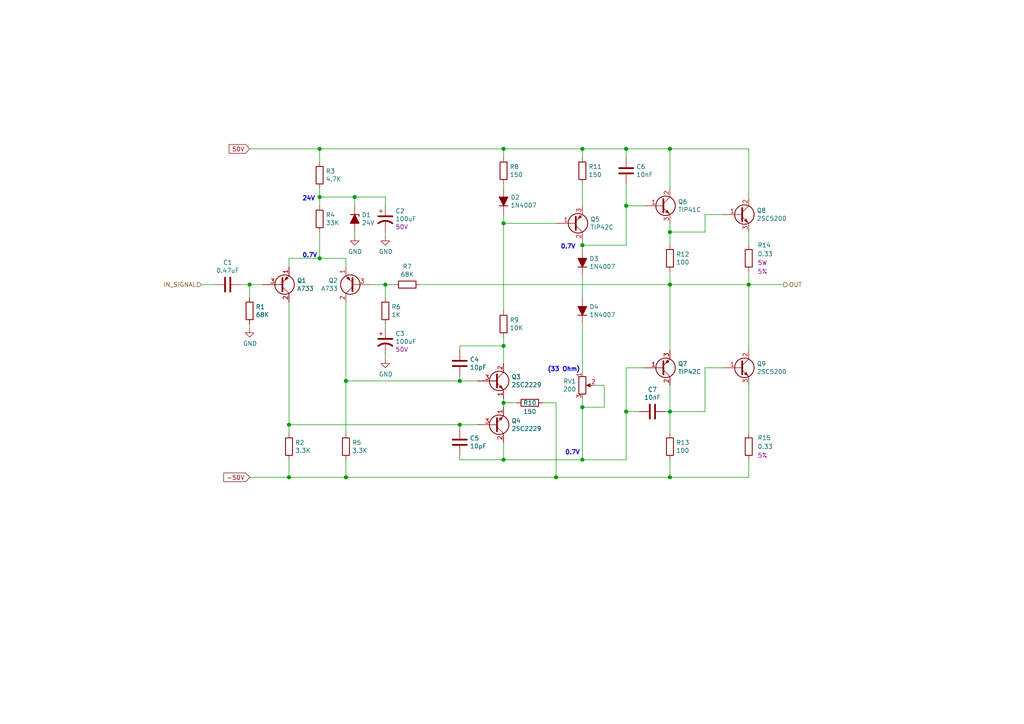
<source format=kicad_sch>
(kicad_sch (version 20230121) (generator eeschema)
  (paper "A4")
  (title_block (title "AMPLIFICADOR ESTEREO 200, CONTROL DE TONOS") (date "2023-03-06") (rev "V1.0.0") (company "https://maykolrey.com") (comment 1 "${NAME}"))
  (lib_symbols
    (symbol "Device:C" (pin_numbers hide) (pin_names (offset 0.254))
      (property "Reference" "C" (at 0.635 2.54 0))
      (property "Value" "C" (at 0.635 -2.54 0))
      (symbol "C_0_1"
        (polyline (pts (xy -2.032 -0.762) (xy 2.032 -0.762)) (stroke (width 0.508)))
        (polyline (pts (xy -2.032 0.762) (xy 2.032 0.762)) (stroke (width 0.508)))
      )
      (symbol "C_1_1"
        (pin passive line (at 0 3.81 270) (length 2.794) (name "~") (number "1"))
        (pin passive line (at 0 -3.81 90) (length 2.794) (name "~") (number "2"))
      )
    )
    (symbol "Device:Q_NPN_BCE" (pin_names (offset 0) hide)
      (property "Reference" "Q" (at 5.08 1.27 0))
      (property "Value" "Q_NPN_BCE" (at 5.08 -1.27 0))
      (symbol "Q_NPN_BCE_0_1"
        (polyline (pts (xy 0.635 0.635) (xy 2.54 2.54)))
        (polyline (pts (xy 0.635 -0.635) (xy 2.54 -2.54) (xy 2.54 -2.54)))
        (polyline (pts (xy 0.635 1.905) (xy 0.635 -1.905) (xy 0.635 -1.905)) (stroke (width 0.508)))
        (polyline (pts (xy 1.27 -1.778) (xy 1.778 -1.27) (xy 2.286 -2.286) (xy 1.27 -1.778) (xy 1.27 -1.778)) (fill (type outline)))
        (circle (center 1.27 0) (radius 2.8194) (stroke (width 0.254)))
      )
      (symbol "Q_NPN_BCE_1_1"
        (pin input line (at -5.08 0 0) (length 5.715) (name "B") (number "1"))
        (pin passive line (at 2.54 5.08 270) (length 2.54) (name "C") (number "2"))
        (pin passive line (at 2.54 -5.08 90) (length 2.54) (name "E") (number "3"))
      )
    )
    (symbol "Device:Q_NPN_ECB" (pin_names (offset 0) hide)
      (property "Reference" "Q" (at 5.08 1.27 0))
      (property "Value" "Q_NPN_ECB" (at 5.08 -1.27 0))
      (symbol "Q_NPN_ECB_0_1"
        (polyline (pts (xy 0.635 0.635) (xy 2.54 2.54)))
        (polyline (pts (xy 0.635 -0.635) (xy 2.54 -2.54) (xy 2.54 -2.54)))
        (polyline (pts (xy 0.635 1.905) (xy 0.635 -1.905) (xy 0.635 -1.905)) (stroke (width 0.508)))
        (polyline (pts (xy 1.27 -1.778) (xy 1.778 -1.27) (xy 2.286 -2.286) (xy 1.27 -1.778) (xy 1.27 -1.778)) (fill (type outline)))
        (circle (center 1.27 0) (radius 2.8194) (stroke (width 0.254)))
      )
      (symbol "Q_NPN_ECB_1_1"
        (pin passive line (at 2.54 -5.08 90) (length 2.54) (name "E") (number "1"))
        (pin passive line (at 2.54 5.08 270) (length 2.54) (name "C") (number "2"))
        (pin passive line (at -5.08 0 0) (length 5.715) (name "B") (number "3"))
      )
    )
    (symbol "Device:Q_PNP_BCE" (pin_names (offset 0) hide)
      (property "Reference" "Q" (at 5.08 1.27 0))
      (property "Value" "Q_PNP_BCE" (at 5.08 -1.27 0))
      (symbol "Q_PNP_BCE_0_1"
        (polyline (pts (xy 0.635 0.635) (xy 2.54 2.54)))
        (polyline (pts (xy 0.635 -0.635) (xy 2.54 -2.54) (xy 2.54 -2.54)))
        (polyline (pts (xy 0.635 1.905) (xy 0.635 -1.905) (xy 0.635 -1.905)) (stroke (width 0.508)))
        (polyline (pts (xy 2.286 -1.778) (xy 1.778 -2.286) (xy 1.27 -1.27) (xy 2.286 -1.778) (xy 2.286 -1.778)) (fill (type outline)))
        (circle (center 1.27 0) (radius 2.8194) (stroke (width 0.254)))
      )
      (symbol "Q_PNP_BCE_1_1"
        (pin input line (at -5.08 0 0) (length 5.715) (name "B") (number "1"))
        (pin passive line (at 2.54 5.08 270) (length 2.54) (name "C") (number "2"))
        (pin passive line (at 2.54 -5.08 90) (length 2.54) (name "E") (number "3"))
      )
    )
    (symbol "Device:Q_PNP_ECB" (pin_names (offset 0) hide)
      (property "Reference" "Q" (at 5.08 1.27 0))
      (property "Value" "Q_PNP_ECB" (at 5.08 -1.27 0))
      (symbol "Q_PNP_ECB_0_1"
        (polyline (pts (xy 0.635 0.635) (xy 2.54 2.54)))
        (polyline (pts (xy 0.635 -0.635) (xy 2.54 -2.54) (xy 2.54 -2.54)))
        (polyline (pts (xy 0.635 1.905) (xy 0.635 -1.905) (xy 0.635 -1.905)) (stroke (width 0.508)))
        (polyline (pts (xy 2.286 -1.778) (xy 1.778 -2.286) (xy 1.27 -1.27) (xy 2.286 -1.778) (xy 2.286 -1.778)) (fill (type outline)))
        (circle (center 1.27 0) (radius 2.8194) (stroke (width 0.254)))
      )
      (symbol "Q_PNP_ECB_1_1"
        (pin passive line (at 2.54 -5.08 90) (length 2.54) (name "E") (number "1"))
        (pin passive line (at 2.54 5.08 270) (length 2.54) (name "C") (number "2"))
        (pin input line (at -5.08 0 0) (length 5.715) (name "B") (number "3"))
      )
    )
    (symbol "Device:R" (pin_numbers hide) (pin_names (offset 0))
      (property "Reference" "R" (at 2.032 0 90))
      (property "Value" "R" (at 0 0 90))
      (symbol "R_0_1"
        (rectangle (start -1.016 -2.54) (end 1.016 2.54) (stroke (width 0.254)))
      )
      (symbol "R_1_1"
        (pin passive line (at 0 3.81 270) (length 1.27) (name "~") (number "1"))
        (pin passive line (at 0 -3.81 90) (length 1.27) (name "~") (number "2"))
      )
    )
    (symbol "Device:R_Potentiometer" (pin_names (offset 1.016) hide)
      (property "Reference" "RV" (at -4.445 0 90))
      (property "Value" "R_Potentiometer" (at -2.54 0 90))
      (symbol "R_Potentiometer_0_1"
        (polyline (pts (xy 2.54 0) (xy 1.524 0)))
        (polyline (pts (xy 1.143 0) (xy 2.286 0.508) (xy 2.286 -0.508) (xy 1.143 0)) (fill (type outline)))
        (rectangle (start 1.016 2.54) (end -1.016 -2.54) (stroke (width 0.254)))
      )
      (symbol "R_Potentiometer_1_1"
        (pin passive line (at 0 3.81 270) (length 1.27) (name "1") (number "1"))
        (pin passive line (at 3.81 0 180) (length 1.27) (name "2") (number "2"))
        (pin passive line (at 0 -3.81 90) (length 1.27) (name "3") (number "3"))
      )
    )
    (symbol "amplificador_200w-rescue:CP1-Device" (pin_numbers hide) (pin_names (offset 0.254) hide)
      (property "Reference" "C" (at 0.635 2.54 0))
      (property "Value" "CP1-Device" (at 0.635 -2.54 0))
      (symbol "CP1-Device_0_1"
        (polyline (pts (xy -2.032 0.762) (xy 2.032 0.762)) (stroke (width 0.508)))
        (polyline (pts (xy -1.778 2.286) (xy -0.762 2.286)))
        (polyline (pts (xy -1.27 1.778) (xy -1.27 2.794)))
        (arc (start 2.032 -1.27) (mid 0 -0.5572) (end -2.032 -1.27) (stroke (width 0.508)))
      )
      (symbol "CP1-Device_1_1"
        (pin passive line (at 0 3.81 270) (length 2.794) (name "~") (number "1"))
        (pin passive line (at 0 -3.81 90) (length 3.302) (name "~") (number "2"))
      )
    )
    (symbol "amplificador_200w-rescue:D_ALT-Device" (pin_numbers hide) (pin_names (offset 1.016) hide)
      (property "Reference" "D" (at 0 2.54 0))
      (property "Value" "D_ALT-Device" (at 0 -2.54 0))
      (symbol "D_ALT-Device_0_1"
        (polyline (pts (xy -1.27 1.27) (xy -1.27 -1.27)) (stroke (width 0.254)))
        (polyline (pts (xy 1.27 0) (xy -1.27 0)))
        (polyline (pts (xy 1.27 1.27) (xy 1.27 -1.27) (xy -1.27 0) (xy 1.27 1.27)) (stroke (width 0.254)) (fill (type outline)))
      )
      (symbol "D_ALT-Device_1_1"
        (pin passive line (at -3.81 0 0) (length 2.54) (name "K") (number "1"))
        (pin passive line (at 3.81 0 180) (length 2.54) (name "A") (number "2"))
      )
    )
    (symbol "amplificador_200w-rescue:D_Zener_ALT-Device" (pin_numbers hide) (pin_names (offset 1.016) hide)
      (property "Reference" "D" (at 0 2.54 0))
      (property "Value" "D_Zener_ALT-Device" (at 0 -2.54 0))
      (symbol "D_Zener_ALT-Device_0_1"
        (polyline (pts (xy 1.27 0) (xy -1.27 0)))
        (polyline (pts (xy -1.27 -1.27) (xy -1.27 1.27) (xy -0.762 1.27)) (stroke (width 0.254)))
        (polyline (pts (xy 1.27 -1.27) (xy 1.27 1.27) (xy -1.27 0) (xy 1.27 -1.27)) (stroke (width 0.254)) (fill (type outline)))
      )
      (symbol "D_Zener_ALT-Device_1_1"
        (pin passive line (at -3.81 0 0) (length 2.54) (name "K") (number "1"))
        (pin passive line (at 3.81 0 180) (length 2.54) (name "A") (number "2"))
      )
    )
    (symbol "power:GND" (power) (pin_names (offset 0))
      (property "Value" "GND" (at 0 -3.81 0))
      (symbol "GND_0_1"
        (polyline (pts (xy 0 0) (xy 0 -1.27) (xy 1.27 -1.27) (xy 0 -2.54) (xy -1.27 -1.27) (xy 0 -1.27)))
      )
      (symbol "GND_1_1"
        (pin power_in line (at 0 0 270) (length 0) hide (name "GND") (number "1"))
      )
    )
  )
  (junction (at 146.05 43.18) (diameter 1.016))
  (junction (at 83.82 123.19) (diameter 1.016))
  (junction (at 146.05 64.77) (diameter 1.016))
  (junction (at 100.33 138.43) (diameter 1.016))
  (junction (at 72.39 82.55) (diameter 1.016))
  (junction (at 161.29 138.43) (diameter 1.016))
  (junction (at 111.76 82.55) (diameter 1.016))
  (junction (at 92.71 74.93) (diameter 1.016))
  (junction (at 217.17 82.55) (diameter 1.016))
  (junction (at 194.31 82.55) (diameter 1.016))
  (junction (at 146.05 116.84) (diameter 1.016))
  (junction (at 181.61 43.18) (diameter 1.016))
  (junction (at 100.33 110.49) (diameter 1.016))
  (junction (at 83.82 138.43) (diameter 1.016))
  (junction (at 194.31 43.18) (diameter 1.016))
  (junction (at 194.31 67.31) (diameter 1.016))
  (junction (at 146.05 100.33) (diameter 1.016))
  (junction (at 194.31 119.38) (diameter 1.016))
  (junction (at 194.31 138.43) (diameter 1.016))
  (junction (at 168.91 118.11) (diameter 1.016))
  (junction (at 133.35 123.19) (diameter 1.016))
  (junction (at 181.61 119.38) (diameter 1.016))
  (junction (at 181.61 59.69) (diameter 1.016))
  (junction (at 133.35 110.49) (diameter 1.016))
  (junction (at 146.05 133.35) (diameter 1.016))
  (junction (at 168.91 133.35) (diameter 1.016))
  (junction (at 92.71 57.15) (diameter 1.016))
  (junction (at 168.91 71.12) (diameter 1.016))
  (junction (at 92.71 43.18) (diameter 1.016))
  (junction (at 168.91 43.18) (diameter 1.016))
  (junction (at 102.87 57.15) (diameter 1.016))
  (wire (pts (xy 102.87 59.69) (xy 102.87 57.15)))
  (wire (pts (xy 217.17 82.55) (xy 194.31 82.55)))
  (wire (pts (xy 204.47 106.68) (xy 204.47 119.38)))
  (wire (pts (xy 217.17 43.18) (xy 194.31 43.18)))
  (wire (pts (xy 133.35 132.08) (xy 133.35 133.35)))
  (wire (pts (xy 217.17 138.43) (xy 194.31 138.43)))
  (wire (pts (xy 102.87 68.58) (xy 102.87 67.31)))
  (wire (pts (xy 92.71 54.61) (xy 92.71 57.15)))
  (wire (pts (xy 111.76 59.69) (xy 111.76 57.15)))
  (wire (pts (xy 168.91 107.95) (xy 168.91 93.98)))
  (wire (pts (xy 146.05 64.77) (xy 146.05 90.17)))
  (wire (pts (xy 175.26 111.76) (xy 175.26 118.11)))
  (wire (pts (xy 138.43 123.19) (xy 133.35 123.19)))
  (wire (pts (xy 194.31 138.43) (xy 161.29 138.43)))
  (wire (pts (xy 92.71 57.15) (xy 92.71 59.69)))
  (wire (pts (xy 194.31 111.76) (xy 194.31 119.38)))
  (wire (pts (xy 168.91 118.11) (xy 168.91 133.35)))
  (wire (pts (xy 149.86 116.84) (xy 146.05 116.84)))
  (wire (pts (xy 217.17 57.15) (xy 217.17 43.18)))
  (wire (pts (xy 146.05 43.18) (xy 92.71 43.18)))
  (wire (pts (xy 146.05 116.84) (xy 146.05 118.11)))
  (wire (pts (xy 185.42 119.38) (xy 181.61 119.38)))
  (wire (pts (xy 209.55 62.23) (xy 204.47 62.23)))
  (wire (pts (xy 168.91 133.35) (xy 181.61 133.35)))
  (wire (pts (xy 161.29 116.84) (xy 161.29 138.43)))
  (wire (pts (xy 194.31 64.77) (xy 194.31 67.31)))
  (wire (pts (xy 181.61 71.12) (xy 181.61 59.69)))
  (wire (pts (xy 168.91 115.57) (xy 168.91 118.11)))
  (wire (pts (xy 168.91 45.72) (xy 168.91 43.18)))
  (wire (pts (xy 168.91 69.85) (xy 168.91 71.12)))
  (wire (pts (xy 83.82 123.19) (xy 83.82 87.63)))
  (wire (pts (xy 138.43 110.49) (xy 133.35 110.49)))
  (wire (pts (xy 100.33 87.63) (xy 100.33 110.49)))
  (wire (pts (xy 181.61 119.38) (xy 181.61 106.68)))
  (wire (pts (xy 83.82 138.43) (xy 100.33 138.43)))
  (wire (pts (xy 69.85 82.55) (xy 72.39 82.55)))
  (wire (pts (xy 186.69 59.69) (xy 181.61 59.69)))
  (wire (pts (xy 100.33 77.47) (xy 100.33 74.93)))
  (wire (pts (xy 83.82 133.35) (xy 83.82 138.43)))
  (wire (pts (xy 121.92 82.55) (xy 194.31 82.55)))
  (wire (pts (xy 111.76 82.55) (xy 107.95 82.55)))
  (wire (pts (xy 168.91 71.12) (xy 168.91 72.39)))
  (wire (pts (xy 168.91 133.35) (xy 146.05 133.35)))
  (wire (pts (xy 72.39 86.36) (xy 72.39 82.55)))
  (wire (pts (xy 100.33 138.43) (xy 100.33 133.35)))
  (wire (pts (xy 227.33 82.55) (xy 217.17 82.55)))
  (wire (pts (xy 175.26 118.11) (xy 168.91 118.11)))
  (wire (pts (xy 209.55 106.68) (xy 204.47 106.68)))
  (wire (pts (xy 157.48 116.84) (xy 161.29 116.84)))
  (wire (pts (xy 217.17 78.74) (xy 217.17 82.55)))
  (wire (pts (xy 133.35 110.49) (xy 100.33 110.49)))
  (wire (pts (xy 72.39 95.25) (xy 72.39 93.98)))
  (wire (pts (xy 102.87 57.15) (xy 92.71 57.15)))
  (wire (pts (xy 92.71 74.93) (xy 83.82 74.93)))
  (wire (pts (xy 92.71 43.18) (xy 92.71 46.99)))
  (wire (pts (xy 172.72 111.76) (xy 175.26 111.76)))
  (wire (pts (xy 168.91 80.01) (xy 168.91 86.36)))
  (wire (pts (xy 83.82 125.73) (xy 83.82 123.19)))
  (wire (pts (xy 72.39 82.55) (xy 76.2 82.55)))
  (wire (pts (xy 133.35 109.22) (xy 133.35 110.49)))
  (wire (pts (xy 204.47 119.38) (xy 194.31 119.38)))
  (wire (pts (xy 83.82 74.93) (xy 83.82 77.47)))
  (wire (pts (xy 146.05 45.72) (xy 146.05 43.18)))
  (wire (pts (xy 146.05 133.35) (xy 146.05 128.27)))
  (wire (pts (xy 181.61 59.69) (xy 181.61 53.34)))
  (wire (pts (xy 194.31 54.61) (xy 194.31 43.18)))
  (wire (pts (xy 217.17 71.12) (xy 217.17 67.31)))
  (wire (pts (xy 204.47 62.23) (xy 204.47 67.31)))
  (wire (pts (xy 146.05 105.41) (xy 146.05 100.33)))
  (wire (pts (xy 111.76 104.14) (xy 111.76 102.87)))
  (wire (pts (xy 100.33 110.49) (xy 100.33 125.73)))
  (wire (pts (xy 111.76 68.58) (xy 111.76 67.31)))
  (wire (pts (xy 133.35 133.35) (xy 146.05 133.35)))
  (wire (pts (xy 146.05 53.34) (xy 146.05 54.61)))
  (wire (pts (xy 217.17 101.6) (xy 217.17 82.55)))
  (wire (pts (xy 181.61 133.35) (xy 181.61 119.38)))
  (wire (pts (xy 146.05 100.33) (xy 133.35 100.33)))
  (wire (pts (xy 161.29 64.77) (xy 146.05 64.77)))
  (wire (pts (xy 100.33 138.43) (xy 161.29 138.43)))
  (wire (pts (xy 194.31 119.38) (xy 193.04 119.38)))
  (wire (pts (xy 168.91 43.18) (xy 146.05 43.18)))
  (wire (pts (xy 133.35 124.46) (xy 133.35 123.19)))
  (wire (pts (xy 204.47 67.31) (xy 194.31 67.31)))
  (wire (pts (xy 194.31 78.74) (xy 194.31 82.55)))
  (wire (pts (xy 72.39 43.18) (xy 92.71 43.18)))
  (wire (pts (xy 111.76 57.15) (xy 102.87 57.15)))
  (wire (pts (xy 168.91 53.34) (xy 168.91 59.69)))
  (wire (pts (xy 194.31 101.6) (xy 194.31 82.55)))
  (wire (pts (xy 58.42 82.55) (xy 62.23 82.55)))
  (wire (pts (xy 181.61 43.18) (xy 168.91 43.18)))
  (wire (pts (xy 181.61 106.68) (xy 186.69 106.68)))
  (wire (pts (xy 194.31 125.73) (xy 194.31 119.38)))
  (wire (pts (xy 217.17 111.76) (xy 217.17 125.73)))
  (wire (pts (xy 92.71 67.31) (xy 92.71 74.93)))
  (wire (pts (xy 72.39 138.43) (xy 83.82 138.43)))
  (wire (pts (xy 133.35 100.33) (xy 133.35 101.6)))
  (wire (pts (xy 114.3 82.55) (xy 111.76 82.55)))
  (wire (pts (xy 146.05 97.79) (xy 146.05 100.33)))
  (wire (pts (xy 194.31 133.35) (xy 194.31 138.43)))
  (wire (pts (xy 217.17 133.35) (xy 217.17 138.43)))
  (wire (pts (xy 181.61 45.72) (xy 181.61 43.18)))
  (wire (pts (xy 194.31 67.31) (xy 194.31 71.12)))
  (wire (pts (xy 100.33 74.93) (xy 92.71 74.93)))
  (wire (pts (xy 111.76 86.36) (xy 111.76 82.55)))
  (wire (pts (xy 194.31 43.18) (xy 181.61 43.18)))
  (wire (pts (xy 111.76 95.25) (xy 111.76 93.98)))
  (wire (pts (xy 146.05 62.23) (xy 146.05 64.77)))
  (wire (pts (xy 168.91 71.12) (xy 181.61 71.12)))
  (wire (pts (xy 146.05 115.57) (xy 146.05 116.84)))
  (wire (pts (xy 133.35 123.19) (xy 83.82 123.19)))
  (text "0.7V" (at 163.83 132.08 0) (effects (font (size 1.27 1.27) (thickness 0.254) bold) (justify left bottom)))
  (text "(33 Ohm)" (at 158.75 107.95 0) (effects (font (size 1.27 1.27) (thickness 0.254) bold) (justify left bottom)))
  (text "0.7V" (at 87.63 74.93 0) (effects (font (size 1.27 1.27) (thickness 0.254) bold) (justify left bottom)))
  (text "24V" (at 87.63 58.42 0) (effects (font (size 1.27 1.27) (thickness 0.254) bold) (justify left bottom)))
  (text "0.7V" (at 162.56 72.39 0) (effects (font (size 1.27 1.27) (thickness 0.254) bold) (justify left bottom)))
  (global_label "-50V" (shape input) (at 72.39 138.43 180) (property "Intersheetrefs" "${INTERSHEET_REFS}" (effects hide)))
  (global_label "50V" (shape input) (at 72.39 43.18 180) (property "Intersheetrefs" "${INTERSHEET_REFS}" (effects hide)))
  (hierarchical_label "IN_SIGNAL" (shape input) (at 58.42 82.55 180))
  (hierarchical_label "OUT" (shape output) (at 227.33 82.55 0))
  (symbol (lib_id "Device:Q_PNP_ECB") (at 81.28 82.55 0) (mirror x) (unit 1)
    (property "Reference" "Q1" (at 86.106 81.3816 0) (effects (justify left)))
    (property "Value" "A733" (at 86.106 83.693 0) (effects (justify left)))
    (property "Footprint" "Package_TO_SOT_THT:TO-92L_HandSolder" (effects hide))
    (property "Datasheet" "https://www.mouser.mx/datasheet/2/308/1/KSA733_D-2314353.pdf" (effects hide))
    (property "Mfg Part #" "KSA733CGBU" (effects hide))
    (instances (project "amplificador_200w_estereo" (path "" (reference "Q1") (unit 1)) (path "" (reference "Q10") (unit 1))))
  )
  (symbol (lib_id "Device:Q_PNP_ECB") (at 102.87 82.55 180) (unit 1)
    (property "Reference" "Q2" (at 98.0186 81.3816 0) (effects (justify left)))
    (property "Value" "A733" (at 98.0186 83.693 0) (effects (justify left)))
    (property "Footprint" "Package_TO_SOT_THT:TO-92L_HandSolder" (effects hide))
    (property "Datasheet" "https://www.mouser.mx/datasheet/2/308/1/KSA733_D-2314353.pdf" (effects hide))
    (property "Mfg Part #" "KSA733CGBU" (effects hide))
    (instances (project "amplificador_200w_estereo" (path "" (reference "Q2") (unit 1)) (path "" (reference "Q11") (unit 1))))
  )
  (symbol (lib_id "Device:R") (at 83.82 129.54 0) (unit 1)
    (property "Reference" "R2" (at 85.598 128.3716 0) (effects (justify left)))
    (property "Value" "3.3K" (at 85.598 130.683 0) (effects (justify left)))
    (property "Footprint" "Resistor_THT:R_Axial_DIN0207_L6.3mm_D2.5mm_P10.16mm_Horizontal" (effects hide))
    (instances (project "amplificador_200w_estereo" (path "" (reference "R2") (unit 1)) (path "" (reference "R17") (unit 1))))
  )
  (symbol (lib_id "Device:R") (at 100.33 129.54 0) (unit 1)
    (property "Reference" "R5" (at 102.108 128.3716 0) (effects (justify left)))
    (property "Value" "3.3K" (at 102.108 130.683 0) (effects (justify left)))
    (property "Footprint" "Resistor_THT:R_Axial_DIN0207_L6.3mm_D2.5mm_P10.16mm_Horizontal" (effects hide))
    (instances (project "amplificador_200w_estereo" (path "" (reference "R5") (unit 1)) (path "" (reference "R20") (unit 1))))
  )
  (symbol (lib_id "Device:R") (at 72.39 90.17 0) (unit 1)
    (property "Reference" "R1" (at 74.168 89.0016 0) (effects (justify left)))
    (property "Value" "68K" (at 74.168 91.313 0) (effects (justify left)))
    (property "Footprint" "Resistor_THT:R_Axial_DIN0207_L6.3mm_D2.5mm_P10.16mm_Horizontal" (effects hide))
    (instances (project "amplificador_200w_estereo" (path "" (reference "R1") (unit 1)) (path "" (reference "R16") (unit 1))))
  )
  (symbol (lib_id "Device:C") (at 66.04 82.55 270) (unit 1)
    (property "Reference" "C1" (at 66.04 76.1492 90))
    (property "Value" "0.47uF" (at 66.04 78.4606 90))
    (property "Footprint" "Capacitor_THT:C_Disc_D9.0mm_W2.5mm_P5.00mm" (effects hide))
    (instances (project "amplificador_200w_estereo" (path "" (reference "C1") (unit 1)) (path "" (reference "C8") (unit 1))))
  )
  (symbol (lib_id "power:GND") (at 72.39 95.25 0) (unit 1)
    (property "Reference" "#PWR05" (effects hide))
    (property "Value" "GND" (at 72.517 99.6442 0))
    (instances (project "amplificador_200w_estereo" (path "" (reference "#PWR05") (unit 1)) (path "" (reference "#PWR09") (unit 1))))
  )
  (symbol (lib_id "Device:R") (at 92.71 63.5 0) (unit 1)
    (property "Reference" "R4" (at 94.488 62.3316 0) (effects (justify left)))
    (property "Value" "33K" (at 94.488 64.643 0) (effects (justify left)))
    (property "Footprint" "Resistor_THT:R_Axial_DIN0207_L6.3mm_D2.5mm_P10.16mm_Horizontal" (effects hide))
    (instances (project "amplificador_200w_estereo" (path "" (reference "R4") (unit 1)) (path "" (reference "R19") (unit 1))))
  )
  (symbol (lib_id "amplificador_200w-rescue:D_Zener_ALT-Device") (at 102.87 63.5 270) (unit 1)
    (property "Reference" "D1" (at 104.902 62.3316 90) (effects (justify left)))
    (property "Value" "24V" (at 104.902 64.643 90) (effects (justify left)))
    (property "Footprint" "Diode_THT:D_A-405_P10.16mm_Horizontal" (effects hide))
    (instances (project "amplificador_200w_estereo" (path "" (reference "D1") (unit 1)) (path "" (reference "D5") (unit 1))))
  )
  (symbol (lib_id "amplificador_200w-rescue:CP1-Device") (at 111.76 63.5 0) (unit 1)
    (property "Reference" "C2" (at 114.681 61.1886 0) (effects (justify left)))
    (property "Value" "100uF" (at 114.681 63.5 0) (effects (justify left)))
    (property "Footprint" "Capacitor_THT:CP_Radial_D8.0mm_P3.50mm" (effects hide))
    (property "V" "50V" (at 114.681 65.8114 0) (effects (justify left)))
    (instances (project "amplificador_200w_estereo" (path "" (reference "C2") (unit 1)) (path "" (reference "C9") (unit 1))))
  )
  (symbol (lib_id "power:GND") (at 102.87 68.58 0) (unit 1)
    (property "Reference" "#PWR06" (effects hide))
    (property "Value" "GND" (at 102.997 72.9742 0))
    (instances (project "amplificador_200w_estereo" (path "" (reference "#PWR06") (unit 1)) (path "" (reference "#PWR010") (unit 1))))
  )
  (symbol (lib_id "Device:R") (at 92.71 50.8 0) (unit 1)
    (property "Reference" "R3" (at 94.488 49.6316 0) (effects (justify left)))
    (property "Value" "4.7K" (at 94.488 51.943 0) (effects (justify left)))
    (property "Footprint" "Resistor_THT:R_Axial_DIN0207_L6.3mm_D2.5mm_P10.16mm_Horizontal" (effects hide))
    (instances (project "amplificador_200w_estereo" (path "" (reference "R3") (unit 1)) (path "" (reference "R18") (unit 1))))
  )
  (symbol (lib_id "Device:R") (at 111.76 90.17 0) (unit 1)
    (property "Reference" "R6" (at 113.538 89.0016 0) (effects (justify left)))
    (property "Value" "1K" (at 113.538 91.313 0) (effects (justify left)))
    (property "Footprint" "Resistor_THT:R_Axial_DIN0207_L6.3mm_D2.5mm_P10.16mm_Horizontal" (effects hide))
    (instances (project "amplificador_200w_estereo" (path "" (reference "R6") (unit 1)) (path "" (reference "R21") (unit 1))))
  )
  (symbol (lib_id "amplificador_200w-rescue:CP1-Device") (at 111.76 99.06 0) (unit 1)
    (property "Reference" "C3" (at 114.681 96.7486 0) (effects (justify left)))
    (property "Value" "100uF" (at 114.681 99.06 0) (effects (justify left)))
    (property "Footprint" "Capacitor_THT:CP_Radial_D8.0mm_P3.50mm" (effects hide))
    (property "V" "50V" (at 114.681 101.3714 0) (effects (justify left)))
    (instances (project "amplificador_200w_estereo" (path "" (reference "C3") (unit 1)) (path "" (reference "C10") (unit 1))))
  )
  (symbol (lib_id "Device:R") (at 118.11 82.55 270) (unit 1)
    (property "Reference" "R7" (at 118.11 77.2922 90))
    (property "Value" "68K" (at 118.11 79.6036 90))
    (property "Footprint" "Resistor_THT:R_Axial_DIN0207_L6.3mm_D2.5mm_P10.16mm_Horizontal" (effects hide))
    (instances (project "amplificador_200w_estereo" (path "" (reference "R7") (unit 1)) (path "" (reference "R22") (unit 1))))
  )
  (symbol (lib_id "power:GND") (at 111.76 68.58 0) (unit 1)
    (property "Reference" "#PWR07" (effects hide))
    (property "Value" "GND" (at 111.887 72.9742 0))
    (instances (project "amplificador_200w_estereo" (path "" (reference "#PWR07") (unit 1)) (path "" (reference "#PWR011") (unit 1))))
  )
  (symbol (lib_id "power:GND") (at 111.76 104.14 0) (unit 1)
    (property "Reference" "#PWR08" (effects hide))
    (property "Value" "GND" (at 111.887 108.5342 0))
    (instances (project "amplificador_200w_estereo" (path "" (reference "#PWR08") (unit 1)) (path "" (reference "#PWR012") (unit 1))))
  )
  (symbol (lib_id "Device:Q_NPN_ECB") (at 143.51 110.49 0) (unit 1)
    (property "Reference" "Q3" (at 148.336 109.3216 0) (effects (justify left)))
    (property "Value" "2SC2229" (at 148.336 111.633 0) (effects (justify left)))
    (property "Footprint" "Package_TO_SOT_THT:TO-92L_HandSolder" (effects hide))
    (instances (project "amplificador_200w_estereo" (path "" (reference "Q3") (unit 1)) (path "" (reference "Q12") (unit 1))))
  )
  (symbol (lib_id "Device:Q_NPN_ECB") (at 143.51 123.19 0) (mirror x) (unit 1)
    (property "Reference" "Q4" (at 148.336 122.0216 0) (effects (justify left)))
    (property "Value" "2SC2229" (at 148.336 124.333 0) (effects (justify left)))
    (property "Footprint" "Package_TO_SOT_THT:TO-92L_HandSolder" (effects hide))
    (instances (project "amplificador_200w_estereo" (path "" (reference "Q4") (unit 1)) (path "" (reference "Q13") (unit 1))))
  )
  (symbol (lib_id "Device:R") (at 153.67 116.84 270) (unit 1)
    (property "Reference" "R10" (at 153.67 116.84 90))
    (property "Value" "150" (at 153.67 119.38 90))
    (property "Footprint" "Resistor_THT:R_Axial_DIN0207_L6.3mm_D2.5mm_P10.16mm_Horizontal" (effects hide))
    (instances (project "amplificador_200w_estereo" (path "" (reference "R10") (unit 1)) (path "" (reference "R25") (unit 1))))
  )
  (symbol (lib_id "Device:C") (at 133.35 105.41 180) (unit 1)
    (property "Reference" "C4" (at 136.271 104.2416 0) (effects (justify right)))
    (property "Value" "10pF" (at 136.271 106.553 0) (effects (justify right)))
    (property "Footprint" "Capacitor_THT:C_Disc_D5.0mm_W2.5mm_P5.00mm" (effects hide))
    (instances (project "amplificador_200w_estereo" (path "" (reference "C4") (unit 1)) (path "" (reference "C11") (unit 1))))
  )
  (symbol (lib_id "Device:C") (at 133.35 128.27 180) (unit 1)
    (property "Reference" "C5" (at 136.271 127.1016 0) (effects (justify right)))
    (property "Value" "10pF" (at 136.271 129.413 0) (effects (justify right)))
    (property "Footprint" "Capacitor_THT:C_Disc_D5.0mm_W2.5mm_P5.00mm" (effects hide))
    (instances (project "amplificador_200w_estereo" (path "" (reference "C5") (unit 1)) (path "" (reference "C12") (unit 1))))
  )
  (symbol (lib_id "Device:R") (at 146.05 93.98 180) (unit 1)
    (property "Reference" "R9" (at 147.828 92.8116 0) (effects (justify right)))
    (property "Value" "10K" (at 147.828 95.123 0) (effects (justify right)))
    (property "Footprint" "Resistor_THT:R_Axial_DIN0207_L6.3mm_D2.5mm_P10.16mm_Horizontal" (effects hide))
    (instances (project "amplificador_200w_estereo" (path "" (reference "R9") (unit 1)) (path "" (reference "R24") (unit 1))))
  )
  (symbol (lib_id "amplificador_200w-rescue:D_ALT-Device") (at 146.05 58.42 90) (unit 1)
    (property "Reference" "D2" (at 148.082 57.2516 90) (effects (justify right)))
    (property "Value" "1N4007" (at 148.082 59.563 90) (effects (justify right)))
    (property "Footprint" "Diode_THT:D_DO-41_SOD81_P10.16mm_Horizontal" (effects hide))
    (instances (project "amplificador_200w_estereo" (path "" (reference "D2") (unit 1)) (path "" (reference "D6") (unit 1))))
  )
  (symbol (lib_id "Device:R") (at 146.05 49.53 180) (unit 1)
    (property "Reference" "R8" (at 147.828 48.3616 0) (effects (justify right)))
    (property "Value" "150" (at 147.828 50.673 0) (effects (justify right)))
    (property "Footprint" "Resistor_THT:R_Axial_DIN0207_L6.3mm_D2.5mm_P10.16mm_Horizontal" (effects hide))
    (instances (project "amplificador_200w_estereo" (path "" (reference "R8") (unit 1)) (path "" (reference "R23") (unit 1))))
  )
  (symbol (lib_id "amplificador_200w-rescue:D_ALT-Device") (at 168.91 90.17 90) (unit 1)
    (property "Reference" "D4" (at 170.942 89.0016 90) (effects (justify right)))
    (property "Value" "1N4007" (at 170.942 91.313 90) (effects (justify right)))
    (property "Footprint" "Diode_THT:D_DO-41_SOD81_P10.16mm_Horizontal" (effects hide))
    (instances (project "amplificador_200w_estereo" (path "" (reference "D4") (unit 1)) (path "" (reference "D8") (unit 1))))
  )
  (symbol (lib_id "amplificador_200w-rescue:D_ALT-Device") (at 168.91 76.2 90) (unit 1)
    (property "Reference" "D3" (at 170.942 75.0316 90) (effects (justify right)))
    (property "Value" "1N4007" (at 170.942 77.343 90) (effects (justify right)))
    (property "Footprint" "Diode_THT:D_DO-41_SOD81_P10.16mm_Horizontal" (effects hide))
    (instances (project "amplificador_200w_estereo" (path "" (reference "D3") (unit 1)) (path "" (reference "D7") (unit 1))))
  )
  (symbol (lib_id "Device:Q_PNP_BCE") (at 166.37 64.77 0) (mirror x) (unit 1)
    (property "Reference" "Q5" (at 171.2214 63.6016 0) (effects (justify left)))
    (property "Value" "TIP42C" (at 171.2214 65.913 0) (effects (justify left)))
    (property "Footprint" "Package_TO_SOT_THT:TO-220-3_Vertical" (effects hide))
    (instances (project "amplificador_200w_estereo" (path "" (reference "Q5") (unit 1)) (path "" (reference "Q14") (unit 1))))
  )
  (symbol (lib_id "Device:R") (at 168.91 49.53 180) (unit 1)
    (property "Reference" "R11" (at 170.688 48.3616 0) (effects (justify right)))
    (property "Value" "150" (at 170.688 50.673 0) (effects (justify right)))
    (property "Footprint" "Resistor_THT:R_Axial_DIN0207_L6.3mm_D2.5mm_P10.16mm_Horizontal" (effects hide))
    (instances (project "amplificador_200w_estereo" (path "" (reference "R11") (unit 1)) (path "" (reference "R26") (unit 1))))
  )
  (symbol (lib_id "Device:Q_PNP_BCE") (at 191.77 106.68 0) (mirror x) (unit 1)
    (property "Reference" "Q7" (at 196.6214 105.5116 0) (effects (justify left)))
    (property "Value" "TIP42C" (at 196.6214 107.823 0) (effects (justify left)))
    (property "Footprint" "Package_TO_SOT_THT:TO-220-3_Vertical" (effects hide))
    (instances (project "amplificador_200w_estereo" (path "" (reference "Q7") (unit 1)) (path "" (reference "Q16") (unit 1))))
  )
  (symbol (lib_id "Device:Q_NPN_BCE") (at 191.77 59.69 0) (unit 1)
    (property "Reference" "Q6" (at 196.6214 58.5216 0) (effects (justify left)))
    (property "Value" "TIP41C" (at 196.6214 60.833 0) (effects (justify left)))
    (property "Footprint" "Package_TO_SOT_THT:TO-220-3_Vertical" (effects hide))
    (instances (project "amplificador_200w_estereo" (path "" (reference "Q6") (unit 1)) (path "" (reference "Q15") (unit 1))))
  )
  (symbol (lib_id "Device:C") (at 181.61 49.53 180) (unit 1)
    (property "Reference" "C6" (at 184.531 48.3616 0) (effects (justify right)))
    (property "Value" "10nF" (at 184.531 50.673 0) (effects (justify right)))
    (property "Footprint" "Capacitor_THT:C_Disc_D9.0mm_W2.5mm_P5.00mm" (effects hide))
    (instances (project "amplificador_200w_estereo" (path "" (reference "C6") (unit 1)) (path "" (reference "C13") (unit 1))))
  )
  (symbol (lib_id "Device:R") (at 194.31 74.93 180) (unit 1)
    (property "Reference" "R12" (at 196.088 73.7616 0) (effects (justify right)))
    (property "Value" "100" (at 196.088 76.073 0) (effects (justify right)))
    (property "Footprint" "Resistor_THT:R_Axial_DIN0516_L15.5mm_D5.0mm_P20.32mm_Horizontal" (effects hide))
    (instances (project "amplificador_200w_estereo" (path "" (reference "R12") (unit 1)) (path "" (reference "R27") (unit 1))))
  )
  (symbol (lib_id "Device:C") (at 189.23 119.38 90) (unit 1)
    (property "Reference" "C7" (at 189.23 112.9792 90))
    (property "Value" "10nF" (at 189.23 115.2906 90))
    (property "Footprint" "Capacitor_THT:C_Disc_D9.0mm_W2.5mm_P5.00mm" (effects hide))
    (instances (project "amplificador_200w_estereo" (path "" (reference "C7") (unit 1)) (path "" (reference "C14") (unit 1))))
  )
  (symbol (lib_id "Device:R") (at 194.31 129.54 180) (unit 1)
    (property "Reference" "R13" (at 196.088 128.3716 0) (effects (justify right)))
    (property "Value" "100" (at 196.088 130.683 0) (effects (justify right)))
    (property "Footprint" "Resistor_THT:R_Axial_DIN0516_L15.5mm_D5.0mm_P20.32mm_Horizontal" (effects hide))
    (instances (project "amplificador_200w_estereo" (path "" (reference "R13") (unit 1)) (path "" (reference "R28") (unit 1))))
  )
  (symbol (lib_id "Device:Q_NPN_BCE") (at 214.63 62.23 0) (unit 1)
    (property "Reference" "Q8" (at 219.456 61.0616 0) (effects (justify left)))
    (property "Value" "2SC5200" (at 219.456 63.373 0) (effects (justify left)))
    (property "Footprint" "Package_TO_SOT_THT:TO-264-3_Vertical" (effects hide))
    (instances (project "amplificador_200w_estereo" (path "" (reference "Q8") (unit 1)) (path "" (reference "Q17") (unit 1))))
  )
  (symbol (lib_id "Device:R") (at 217.17 74.93 180) (unit 1)
    (property "Reference" "R14" (at 219.71 71.1199 0) (effects (justify right)))
    (property "Value" "0.33" (at 219.71 73.6599 0) (effects (justify right)))
    (property "Footprint" "Resistor_THT:R_Axial_Power_L25.0mm_W9.0mm_P10.16mm_Vertical" (effects hide))
    (property "P" "5W" (at 219.71 76.1999 0) (effects (justify right)))
    (property "ACU" "5%" (at 219.71 78.7399 0) (effects (justify right)))
    (instances (project "amplificador_200w_estereo" (path "" (reference "R14") (unit 1)) (path "" (reference "R29") (unit 1))))
  )
  (symbol (lib_id "Device:Q_NPN_BCE") (at 214.63 106.68 0) (unit 1)
    (property "Reference" "Q9" (at 219.456 105.5116 0) (effects (justify left)))
    (property "Value" "2SC5200" (at 219.456 107.823 0) (effects (justify left)))
    (property "Footprint" "Package_TO_SOT_THT:TO-264-3_Vertical" (effects hide))
    (instances (project "amplificador_200w_estereo" (path "" (reference "Q9") (unit 1)) (path "" (reference "Q18") (unit 1))))
  )
  (symbol (lib_id "Device:R") (at 217.17 129.54 180) (unit 1)
    (property "Reference" "R15" (at 219.71 126.9999 0) (effects (justify right)))
    (property "Value" "0.33" (at 219.71 129.5399 0) (effects (justify right)))
    (property "Footprint" "Resistor_THT:R_Axial_Power_L25.0mm_W9.0mm_P10.16mm_Vertical" (effects hide))
    (property "ACU" "5%" (at 219.71 132.0799 0) (effects (justify right)))
    (instances (project "amplificador_200w_estereo" (path "" (reference "R15") (unit 1)) (path "" (reference "R30") (unit 1))))
  )
  (symbol (lib_id "Device:R_Potentiometer") (at 168.91 111.76 0) (unit 1)
    (property "Reference" "RV1" (at 167.132 110.5916 0) (effects (justify right)))
    (property "Value" "200" (at 167.132 112.903 0) (effects (justify right)))
    (property "Footprint" "MSS_Devices:Potentiometer_Runtron_RM-065_Vertical" (effects hide))
    (instances (project "amplificador_200w_estereo" (path "" (reference "RV1") (unit 1)) (path "" (reference "RV2") (unit 1))))
  )
)
</source>
